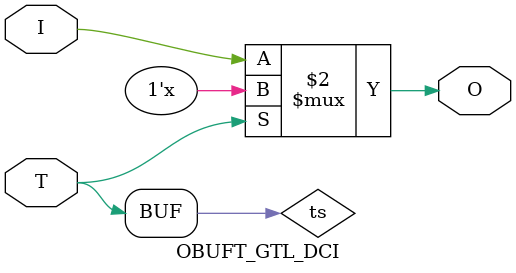
<source format=v>

/*

FUNCTION    : TRI-STATE OUTPUT BUFFER

*/

`celldefine
`timescale  100 ps / 10 ps

module OBUFT_GTL_DCI (O, I, T);

    output O;

    input  I, T;

    or O1 (ts, 1'b0, T);
    bufif0 T1 (O, I, ts);

endmodule

</source>
